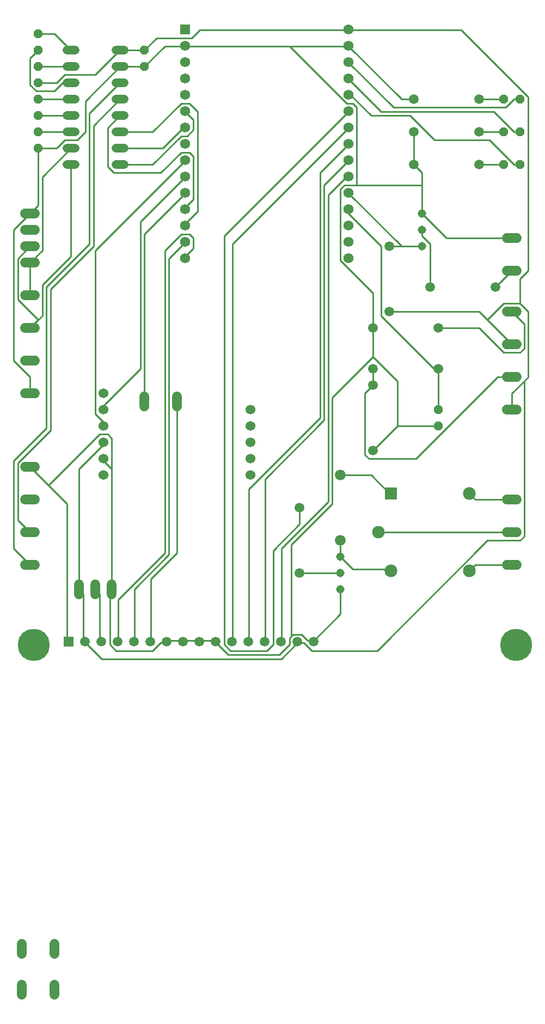
<source format=gbr>
G04 EAGLE Gerber RS-274X export*
G75*
%MOMM*%
%FSLAX34Y34*%
%LPD*%
%INBottom Copper*%
%IPPOS*%
%AMOC8*
5,1,8,0,0,1.08239X$1,22.5*%
G01*
%ADD10C,1.308000*%
%ADD11P,1.429621X8X292.500000*%
%ADD12P,1.429621X8X112.500000*%
%ADD13C,1.676400*%
%ADD14C,1.524000*%
%ADD15R,1.508000X1.508000*%
%ADD16C,1.508000*%
%ADD17C,5.000000*%
%ADD18R,1.560000X1.560000*%
%ADD19C,1.560000*%
%ADD20P,1.429621X8X202.500000*%
%ADD21C,1.320800*%
%ADD22C,1.500000*%
%ADD23R,1.980000X1.980000*%
%ADD24C,1.935000*%
%ADD25C,1.980000*%
%ADD26C,1.530000*%
%ADD27C,0.254000*%


D10*
X520700Y127000D03*
X520700Y152400D03*
X520700Y177800D03*
X647700Y711200D03*
X647700Y685800D03*
X647700Y660400D03*
D11*
X50800Y990600D03*
X50800Y965200D03*
D12*
X50800Y863600D03*
X50800Y889000D03*
D11*
X50800Y838200D03*
X50800Y812800D03*
D12*
X50800Y914400D03*
X50800Y939800D03*
D11*
X215900Y965200D03*
X215900Y939800D03*
D12*
X673100Y381000D03*
X673100Y406400D03*
D13*
X520700Y203200D03*
X520700Y304800D03*
D14*
X779780Y673100D02*
X795020Y673100D01*
X795020Y622300D02*
X779780Y622300D01*
D15*
X97700Y45700D03*
D16*
X123100Y45700D03*
X148500Y45700D03*
X173900Y45700D03*
X199300Y45700D03*
X224700Y45700D03*
X250100Y45700D03*
X275500Y45700D03*
X300900Y45700D03*
X326300Y45700D03*
X351700Y45700D03*
X377100Y45700D03*
X402500Y45700D03*
X427900Y45700D03*
X453300Y45700D03*
X478700Y45700D03*
D17*
X794100Y40700D03*
X44100Y40700D03*
D18*
X279400Y997700D03*
D19*
X279400Y972300D03*
X533400Y718300D03*
X279400Y946900D03*
X279400Y921500D03*
X279400Y896100D03*
X279400Y870700D03*
X279400Y845300D03*
X279400Y819900D03*
X279400Y794500D03*
X279400Y769100D03*
X279400Y743700D03*
X279400Y718300D03*
X279400Y692900D03*
X279400Y667500D03*
X279400Y642100D03*
X533400Y642100D03*
X533400Y667500D03*
X533400Y692900D03*
X533400Y743700D03*
X533400Y769100D03*
X533400Y794500D03*
X533400Y819900D03*
X533400Y845300D03*
X533400Y870700D03*
X533400Y896100D03*
X533400Y921500D03*
X533400Y946900D03*
X533400Y972300D03*
X533400Y997700D03*
D20*
X800100Y889000D03*
X774700Y889000D03*
X800100Y838200D03*
X774700Y838200D03*
X800100Y787400D03*
X774700Y787400D03*
D21*
X108204Y965200D02*
X94996Y965200D01*
X94996Y939800D02*
X108204Y939800D01*
X108204Y812800D02*
X94996Y812800D01*
X94996Y787400D02*
X108204Y787400D01*
X108204Y914400D02*
X94996Y914400D01*
X94996Y889000D02*
X108204Y889000D01*
X108204Y838200D02*
X94996Y838200D01*
X94996Y863600D02*
X108204Y863600D01*
X171196Y787400D02*
X184404Y787400D01*
X184404Y812800D02*
X171196Y812800D01*
X171196Y838200D02*
X184404Y838200D01*
X184404Y863600D02*
X171196Y863600D01*
X171196Y889000D02*
X184404Y889000D01*
X184404Y914400D02*
X171196Y914400D01*
X171196Y939800D02*
X184404Y939800D01*
X184404Y965200D02*
X171196Y965200D01*
D14*
X114300Y134620D02*
X114300Y119380D01*
X139700Y119380D02*
X139700Y134620D01*
X165100Y134620D02*
X165100Y119380D01*
X45720Y431800D02*
X30480Y431800D01*
X30480Y482600D02*
X45720Y482600D01*
X45720Y533400D02*
X30480Y533400D01*
X30480Y584200D02*
X45720Y584200D01*
X779780Y558800D02*
X795020Y558800D01*
X795020Y508000D02*
X779780Y508000D01*
X779780Y457200D02*
X795020Y457200D01*
X795020Y406400D02*
X779780Y406400D01*
D22*
X596900Y660400D03*
X596900Y558800D03*
X635000Y889000D03*
X736600Y889000D03*
X635000Y838200D03*
X736600Y838200D03*
X635000Y787400D03*
X736600Y787400D03*
X673100Y533400D03*
X571500Y533400D03*
X571500Y444500D03*
X571500Y342900D03*
X673100Y469900D03*
X571500Y469900D03*
X660400Y596900D03*
X762000Y596900D03*
X457200Y152400D03*
X457200Y254000D03*
D23*
X599400Y275900D03*
D24*
X579400Y215900D03*
D25*
X599400Y155900D03*
X721400Y155900D03*
X721400Y275900D03*
D14*
X779780Y266700D02*
X795020Y266700D01*
X795020Y215900D02*
X779780Y215900D01*
X779780Y165100D02*
X795020Y165100D01*
X45720Y635000D02*
X30480Y635000D01*
X30480Y660400D02*
X45720Y660400D01*
X45720Y685800D02*
X30480Y685800D01*
X30480Y711200D02*
X45720Y711200D01*
X45720Y165100D02*
X30480Y165100D01*
X30480Y215900D02*
X45720Y215900D01*
X45720Y266700D02*
X30480Y266700D01*
X30480Y317500D02*
X45720Y317500D01*
D26*
X152400Y431700D03*
X152400Y406300D03*
X152400Y380900D03*
X152400Y355500D03*
X152400Y330100D03*
X152400Y304700D03*
X381000Y304700D03*
X381000Y330100D03*
X381000Y406300D03*
X381000Y355500D03*
X381000Y380900D03*
D14*
X215900Y411480D02*
X215900Y426720D01*
X266700Y426720D02*
X266700Y411480D01*
X25400Y-424180D02*
X25400Y-439420D01*
X76200Y-439420D02*
X76200Y-424180D01*
X25400Y-487680D02*
X25400Y-502920D01*
X76200Y-502920D02*
X76200Y-487680D01*
D27*
X120650Y47625D02*
X120650Y120650D01*
X114300Y127000D01*
X120650Y47625D02*
X123100Y45700D01*
X450850Y44450D02*
X450850Y41275D01*
X428625Y19050D01*
X149225Y19050D01*
X123825Y44450D01*
X450850Y44450D02*
X453300Y45700D01*
X123825Y44450D02*
X123100Y45700D01*
X114300Y314325D02*
X152400Y352425D01*
X114300Y314325D02*
X114300Y127000D01*
X152400Y352425D02*
X152400Y355500D01*
X596900Y558800D02*
X736600Y558800D01*
X749300Y546100D02*
X787400Y508000D01*
X749300Y546100D02*
X736600Y558800D01*
X787400Y431800D02*
X787400Y406400D01*
X806450Y450850D02*
X812800Y457200D01*
X806450Y450850D02*
X787400Y431800D01*
X812800Y457200D02*
X812800Y558800D01*
X800100Y571500D01*
X774700Y571500D01*
X749300Y546100D01*
X79375Y914400D02*
X50800Y914400D01*
X79375Y914400D02*
X92075Y927100D01*
X139700Y927100D01*
X177800Y965200D01*
X215900Y965200D01*
X301625Y996950D02*
X533400Y996950D01*
X301625Y996950D02*
X288925Y984250D01*
X234950Y984250D01*
X215900Y965200D01*
X800100Y609600D02*
X800100Y571500D01*
X800100Y609600D02*
X812800Y622300D01*
X812800Y892175D01*
X708025Y996950D01*
X533400Y996950D01*
X533400Y997700D01*
X463550Y44450D02*
X454025Y44450D01*
X463550Y44450D02*
X476250Y31750D01*
X577850Y31750D01*
X749300Y203200D01*
X800100Y203200D01*
X806450Y209550D01*
X806450Y450850D01*
X453300Y45700D02*
X454025Y44450D01*
X95250Y47625D02*
X95250Y260350D01*
X66675Y288925D02*
X38100Y317500D01*
X66675Y288925D02*
X95250Y260350D01*
X95250Y47625D02*
X97700Y45700D01*
X520700Y88900D02*
X520700Y127000D01*
X520700Y88900D02*
X479425Y47625D01*
X478700Y45700D01*
X273050Y47625D02*
X250825Y47625D01*
X250100Y45700D01*
X273050Y47625D02*
X275500Y45700D01*
X301625Y47625D02*
X323850Y47625D01*
X301625Y47625D02*
X300900Y45700D01*
X323850Y47625D02*
X326300Y45700D01*
X298450Y47625D02*
X276225Y47625D01*
X275500Y45700D01*
X298450Y47625D02*
X300900Y45700D01*
X165100Y127000D02*
X165100Y314325D01*
X152400Y327025D01*
X152400Y330100D01*
X241300Y44450D02*
X247650Y44450D01*
X241300Y44450D02*
X228600Y31750D01*
X171450Y31750D01*
X161925Y41275D01*
X161925Y123825D01*
X165100Y127000D01*
X247650Y44450D02*
X250100Y45700D01*
X469900Y47625D02*
X476250Y47625D01*
X469900Y47625D02*
X460375Y57150D01*
X447675Y57150D01*
X444500Y53975D01*
X441325Y50800D02*
X441325Y41275D01*
X425450Y25400D01*
X346075Y25400D01*
X327025Y44450D01*
X476250Y47625D02*
X478700Y45700D01*
X327025Y44450D02*
X326300Y45700D01*
X66675Y288925D02*
X146050Y368300D01*
X158750Y368300D01*
X165100Y361950D01*
X165100Y314325D01*
X609600Y381000D02*
X673100Y381000D01*
X609600Y381000D02*
X571500Y342900D01*
X571500Y488950D02*
X571500Y533400D01*
X571500Y488950D02*
X609600Y450850D01*
X609600Y381000D01*
X647700Y755650D02*
X647700Y774700D01*
X647700Y755650D02*
X647700Y711200D01*
X647700Y774700D02*
X635000Y787400D01*
X635000Y838200D01*
X685800Y673100D02*
X787400Y673100D01*
X685800Y673100D02*
X647700Y711200D01*
X571500Y587375D02*
X571500Y533400D01*
X571500Y587375D02*
X520700Y638175D01*
X520700Y749300D01*
X527050Y755650D01*
X546100Y755650D02*
X647700Y755650D01*
X546100Y755650D02*
X527050Y755650D01*
X50800Y723900D02*
X50800Y812800D01*
X50800Y723900D02*
X38100Y711200D01*
X38100Y457200D02*
X38100Y431800D01*
X38100Y457200D02*
X12700Y482600D01*
X12700Y685800D01*
X38100Y711200D01*
X177800Y939800D02*
X215900Y939800D01*
X247650Y971550D02*
X279400Y971550D01*
X247650Y971550D02*
X215900Y939800D01*
X615950Y889000D02*
X635000Y889000D01*
X615950Y889000D02*
X533400Y971550D01*
X441325Y971550D01*
X279400Y971550D01*
X279400Y972300D01*
X533400Y972300D02*
X533400Y971550D01*
X79375Y812800D02*
X50800Y812800D01*
X79375Y812800D02*
X92075Y825500D01*
X111125Y825500D01*
X123825Y838200D01*
X123825Y885825D01*
X177800Y939800D01*
X546100Y876300D02*
X546100Y755650D01*
X546100Y876300D02*
X539750Y882650D01*
X530225Y882650D01*
X441325Y971550D01*
X444500Y196850D02*
X444500Y146050D01*
X444500Y196850D02*
X508000Y260350D01*
X508000Y425450D01*
X571500Y488950D01*
X444500Y146050D02*
X444500Y53975D01*
X441325Y50800D01*
X76200Y990600D02*
X50800Y990600D01*
X76200Y990600D02*
X101600Y965200D01*
X101600Y914400D02*
X88900Y914400D01*
X76200Y901700D01*
X47625Y901700D01*
X38100Y911225D01*
X38100Y952500D01*
X50800Y965200D01*
X50800Y863600D02*
X101600Y863600D01*
X101600Y889000D02*
X50800Y889000D01*
X50800Y838200D02*
X101600Y838200D01*
X101600Y939800D02*
X50800Y939800D01*
X177800Y787400D02*
X228600Y787400D01*
X273050Y831850D01*
X282575Y831850D01*
X292100Y841375D01*
X292100Y857250D01*
X279400Y869950D01*
X279400Y870700D01*
X244475Y812800D02*
X177800Y812800D01*
X244475Y812800D02*
X279400Y847725D01*
X279400Y845300D01*
X101600Y787400D02*
X101600Y644525D01*
X57150Y600075D01*
X57150Y552450D01*
X50800Y546100D02*
X38100Y533400D01*
X50800Y546100D02*
X57150Y552450D01*
X19050Y641350D02*
X38100Y660400D01*
X19050Y641350D02*
X19050Y577850D01*
X50800Y546100D01*
X57150Y768350D02*
X101600Y812800D01*
X57150Y768350D02*
X57150Y654050D01*
X38100Y635000D01*
X38100Y584200D01*
X520700Y304800D02*
X568325Y304800D01*
X596900Y276225D01*
X599400Y275900D01*
X520700Y152400D02*
X457200Y152400D01*
X730250Y266700D02*
X787400Y266700D01*
X730250Y266700D02*
X723900Y273050D01*
X721400Y275900D01*
X787400Y215900D02*
X579400Y215900D01*
X730250Y165100D02*
X787400Y165100D01*
X730250Y165100D02*
X723900Y158750D01*
X721400Y155900D01*
X457200Y228600D02*
X457200Y254000D01*
X457200Y228600D02*
X415925Y187325D01*
X415925Y41275D01*
X406400Y31750D01*
X349250Y31750D01*
X339725Y41275D01*
X339725Y676275D01*
X533400Y869950D01*
X533400Y870700D01*
X736600Y889000D02*
X774700Y889000D01*
X774700Y838200D02*
X736600Y838200D01*
X736600Y787400D02*
X774700Y787400D01*
X790575Y889000D02*
X800100Y889000D01*
X790575Y889000D02*
X777875Y876300D01*
X603250Y876300D01*
X533400Y946150D01*
X533400Y946900D01*
X790575Y838200D02*
X800100Y838200D01*
X790575Y838200D02*
X758825Y869950D01*
X584200Y869950D01*
X533400Y920750D01*
X533400Y921500D01*
X790575Y787400D02*
X800100Y787400D01*
X790575Y787400D02*
X752475Y825500D01*
X666750Y825500D01*
X628650Y863600D01*
X568325Y863600D01*
X533400Y898525D01*
X533400Y896100D01*
X228600Y838200D02*
X177800Y838200D01*
X228600Y838200D02*
X273050Y882650D01*
X285750Y882650D01*
X298450Y869950D01*
X298450Y714375D01*
X279400Y695325D01*
X279400Y692900D01*
X158750Y844550D02*
X177800Y863600D01*
X158750Y844550D02*
X158750Y784225D01*
X168275Y774700D01*
X241300Y774700D01*
X273050Y806450D01*
X285750Y806450D01*
X292100Y800100D01*
X292100Y733425D01*
X279400Y720725D01*
X279400Y718300D01*
X130175Y866775D02*
X177800Y914400D01*
X130175Y866775D02*
X130175Y663575D01*
X63500Y596900D01*
X63500Y377825D01*
X12700Y327025D01*
X12700Y190500D01*
X38100Y165100D01*
X136525Y847725D02*
X177800Y889000D01*
X136525Y847725D02*
X136525Y660400D01*
X69850Y593725D01*
X69850Y374650D01*
X19050Y323850D01*
X19050Y234950D01*
X38100Y215900D01*
X152400Y406300D02*
X152400Y412750D01*
X209550Y469900D01*
X209550Y698500D01*
X279400Y768350D01*
X279400Y769100D01*
X152400Y387350D02*
X152400Y380900D01*
X152400Y387350D02*
X139700Y400050D01*
X139700Y654050D01*
X279400Y793750D01*
X279400Y794500D01*
X146050Y120650D02*
X146050Y47625D01*
X146050Y120650D02*
X139700Y127000D01*
X146050Y47625D02*
X148500Y45700D01*
X352425Y47625D02*
X352425Y663575D01*
X533400Y844550D01*
X352425Y47625D02*
X351700Y45700D01*
X533400Y844550D02*
X533400Y845300D01*
X377825Y282575D02*
X377825Y47625D01*
X377825Y282575D02*
X488950Y393700D01*
X488950Y774700D01*
X533400Y819150D01*
X377825Y47625D02*
X377100Y45700D01*
X533400Y819150D02*
X533400Y819900D01*
X403225Y298450D02*
X403225Y47625D01*
X403225Y298450D02*
X495300Y390525D01*
X495300Y755650D01*
X533400Y793750D01*
X403225Y47625D02*
X402500Y45700D01*
X533400Y793750D02*
X533400Y794500D01*
X428625Y190500D02*
X428625Y47625D01*
X428625Y190500D02*
X501650Y263525D01*
X501650Y739775D01*
X533400Y771525D01*
X428625Y47625D02*
X427900Y45700D01*
X533400Y769100D02*
X533400Y771525D01*
X174625Y111125D02*
X174625Y47625D01*
X174625Y111125D02*
X247650Y184150D01*
X247650Y654050D01*
X273050Y679450D01*
X285750Y679450D01*
X292100Y673100D01*
X292100Y657225D01*
X279400Y644525D01*
X174625Y47625D02*
X173900Y45700D01*
X279400Y642100D02*
X279400Y644525D01*
X200025Y127000D02*
X200025Y47625D01*
X200025Y127000D02*
X254000Y180975D01*
X254000Y641350D01*
X279400Y666750D01*
X200025Y47625D02*
X199300Y45700D01*
X279400Y666750D02*
X279400Y667500D01*
X596900Y660400D02*
X615950Y660400D01*
X647700Y660400D01*
X615950Y660400D02*
X533400Y742950D01*
X533400Y743700D01*
X673100Y533400D02*
X736600Y533400D01*
X774700Y495300D01*
X800100Y495300D01*
X806450Y501650D01*
X806450Y539750D01*
X787400Y558800D01*
X571500Y469900D02*
X571500Y444500D01*
X765175Y457200D02*
X787400Y457200D01*
X765175Y457200D02*
X638175Y330200D01*
X565150Y330200D01*
X558800Y336550D01*
X558800Y431800D01*
X571500Y444500D01*
X762000Y596900D02*
X787400Y622300D01*
X520700Y203200D02*
X520700Y177800D01*
X539750Y158750D02*
X596900Y158750D01*
X539750Y158750D02*
X520700Y177800D01*
X596900Y158750D02*
X599400Y155900D01*
X647700Y676275D02*
X647700Y685800D01*
X647700Y676275D02*
X660400Y663575D01*
X660400Y596900D01*
X673100Y463550D02*
X673100Y406400D01*
X533400Y711200D02*
X533400Y718300D01*
X533400Y711200D02*
X584200Y660400D01*
X584200Y552450D01*
X673100Y463550D01*
X673100Y469900D01*
X225425Y142875D02*
X225425Y47625D01*
X225425Y142875D02*
X266700Y184150D01*
X266700Y419100D01*
X225425Y47625D02*
X224700Y45700D01*
X215900Y419100D02*
X215900Y679450D01*
X279400Y742950D01*
X279400Y743700D01*
M02*

</source>
